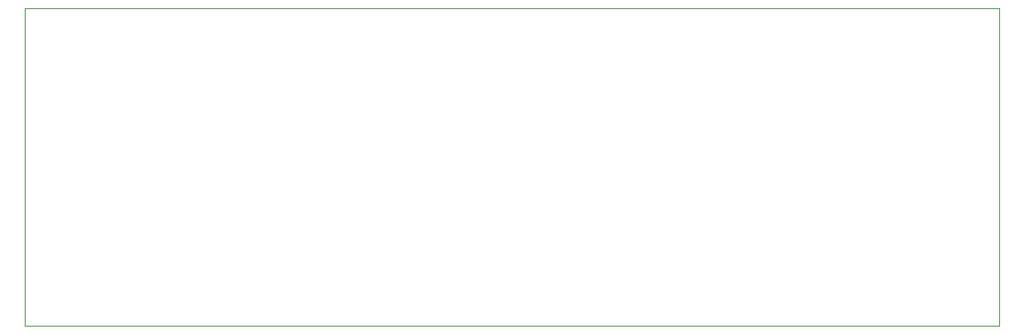
<source format=gbr>
%TF.GenerationSoftware,KiCad,Pcbnew,7.0.9*%
%TF.CreationDate,2024-01-07T02:48:38+09:00*%
%TF.ProjectId,Pmod_SC1602,506d6f64-5f53-4433-9136-30322e6b6963,rev?*%
%TF.SameCoordinates,Original*%
%TF.FileFunction,Profile,NP*%
%FSLAX46Y46*%
G04 Gerber Fmt 4.6, Leading zero omitted, Abs format (unit mm)*
G04 Created by KiCad (PCBNEW 7.0.9) date 2024-01-07 02:48:38*
%MOMM*%
%LPD*%
G01*
G04 APERTURE LIST*
%TA.AperFunction,Profile*%
%ADD10C,0.100000*%
%TD*%
G04 APERTURE END LIST*
D10*
X87223600Y-74269600D02*
X187096400Y-74269600D01*
X187096400Y-106832400D01*
X87223600Y-106832400D01*
X87223600Y-74269600D01*
M02*

</source>
